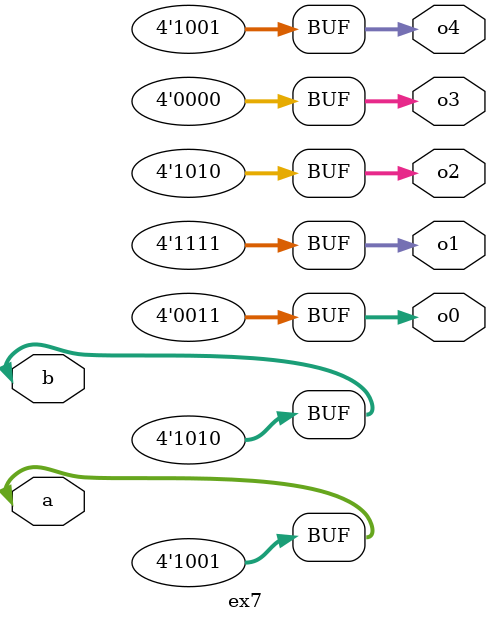
<source format=v>
module ex7(input[3:0] a,b,output[3:0]o0,o1,o2,o3,o4);
assign a=4'b1001;
assign b=4'b1010;

assign o0=a+b;
assign o1=a-b;
assign o2=a*b;
assign o3=a/b;
assign o4=a%b;

initial begin
$monitor("\n (a+b)=%b \n(a-b)=%b \n(a*b)=%b \n(a/b)=%b \n(a mod b)=%b",o0,o1,o2,o3,o4);
end
endmodule

</source>
